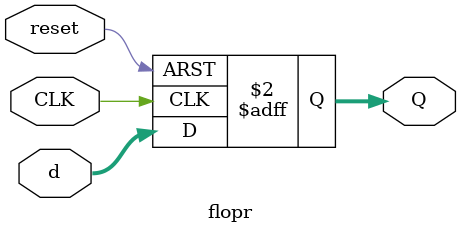
<source format=v>
module flopr #(parameter WIDTH = 8) (
input CLK, reset,
input [WIDTH-1:0] d,
output reg [WIDTH-1:0] Q
    );
    always @(posedge CLK, posedge reset)
    begin 
    if(reset) Q <= 8'b0;
    else Q <= d;
    end
endmodule
</source>
